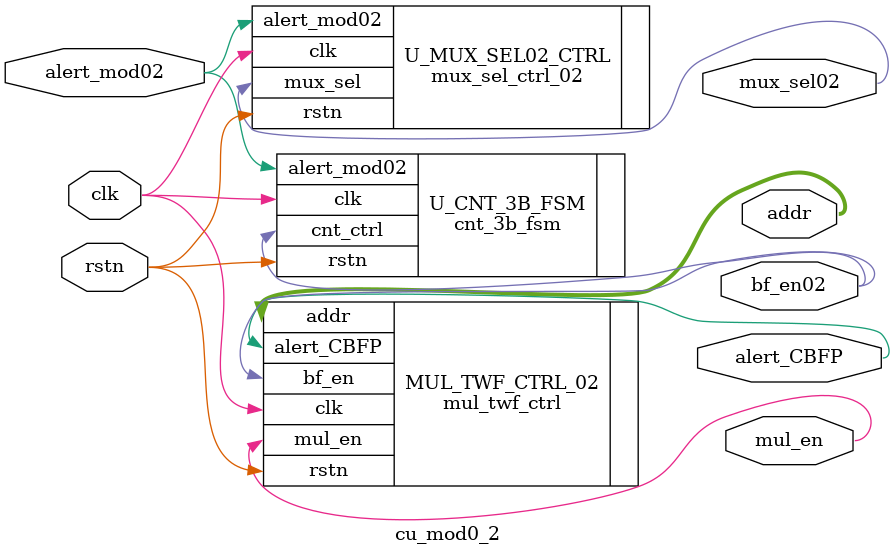
<source format=sv>
`timescale 1ns/1ps

module cu_mod0_2 (
	input clk,
	input rstn,
	input alert_mod02,

	output logic bf_en02,
	output logic mux_sel02,
	output logic [8:0] addr,
	output logic mul_en,
	output logic alert_CBFP
);
	
	//logic w_cnt_ctrl;

	cnt_3b_fsm U_CNT_3B_FSM(
	.clk(clk),
	.rstn(rstn),
	.alert_mod02(alert_mod02),

	.cnt_ctrl(bf_en02)
	);

	mux_sel_ctrl_02 U_MUX_SEL02_CTRL(
	.clk(clk),
	.rstn(rstn),
	.alert_mod02(alert_mod02),

	.mux_sel(mux_sel02)
	);

	mul_twf_ctrl #(
	.OFFSET(128),
	.GROUP_SIZE(4),
	.ADDRESS_WIDTH(9),
	.DATA_NUM(16)
	) MUL_TWF_CTRL_02(
	.clk(clk),
	.rstn(rstn),
	.bf_en(bf_en02),

	.addr(addr),
	.mul_en(mul_en),
	.alert_CBFP(alert_CBFP)
	);

endmodule
</source>
